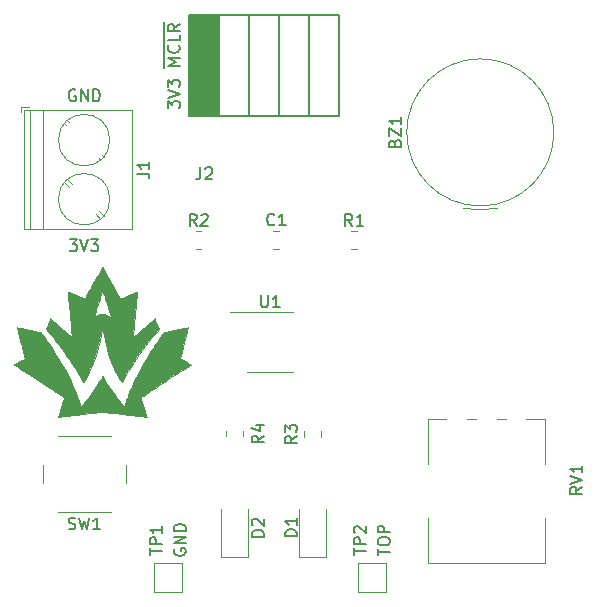
<source format=gbr>
%TF.GenerationSoftware,KiCad,Pcbnew,(6.0.10)*%
%TF.CreationDate,2023-02-14T20:35:35-05:00*%
%TF.ProjectId,starterProject,73746172-7465-4725-9072-6f6a6563742e,rev?*%
%TF.SameCoordinates,Original*%
%TF.FileFunction,Legend,Top*%
%TF.FilePolarity,Positive*%
%FSLAX46Y46*%
G04 Gerber Fmt 4.6, Leading zero omitted, Abs format (unit mm)*
G04 Created by KiCad (PCBNEW (6.0.10)) date 2023-02-14 20:35:35*
%MOMM*%
%LPD*%
G01*
G04 APERTURE LIST*
%ADD10C,0.150000*%
%ADD11C,0.120000*%
%ADD12C,0.010000*%
G04 APERTURE END LIST*
D10*
X106965904Y-71080380D02*
X107584952Y-71080380D01*
X107251619Y-71461333D01*
X107394476Y-71461333D01*
X107489714Y-71508952D01*
X107537333Y-71556571D01*
X107584952Y-71651809D01*
X107584952Y-71889904D01*
X107537333Y-71985142D01*
X107489714Y-72032761D01*
X107394476Y-72080380D01*
X107108761Y-72080380D01*
X107013523Y-72032761D01*
X106965904Y-71985142D01*
X107870666Y-71080380D02*
X108204000Y-72080380D01*
X108537333Y-71080380D01*
X108775428Y-71080380D02*
X109394476Y-71080380D01*
X109061142Y-71461333D01*
X109204000Y-71461333D01*
X109299238Y-71508952D01*
X109346857Y-71556571D01*
X109394476Y-71651809D01*
X109394476Y-71889904D01*
X109346857Y-71985142D01*
X109299238Y-72032761D01*
X109204000Y-72080380D01*
X108918285Y-72080380D01*
X108823047Y-72032761D01*
X108775428Y-71985142D01*
X133056380Y-97829523D02*
X133056380Y-97258095D01*
X134056380Y-97543809D02*
X133056380Y-97543809D01*
X133056380Y-96734285D02*
X133056380Y-96543809D01*
X133104000Y-96448571D01*
X133199238Y-96353333D01*
X133389714Y-96305714D01*
X133723047Y-96305714D01*
X133913523Y-96353333D01*
X134008761Y-96448571D01*
X134056380Y-96543809D01*
X134056380Y-96734285D01*
X134008761Y-96829523D01*
X133913523Y-96924761D01*
X133723047Y-96972380D01*
X133389714Y-96972380D01*
X133199238Y-96924761D01*
X133104000Y-96829523D01*
X133056380Y-96734285D01*
X134056380Y-95877142D02*
X133056380Y-95877142D01*
X133056380Y-95496190D01*
X133104000Y-95400952D01*
X133151619Y-95353333D01*
X133246857Y-95305714D01*
X133389714Y-95305714D01*
X133484952Y-95353333D01*
X133532571Y-95400952D01*
X133580190Y-95496190D01*
X133580190Y-95877142D01*
X115276380Y-59983238D02*
X115276380Y-59364190D01*
X115657333Y-59697523D01*
X115657333Y-59554666D01*
X115704952Y-59459428D01*
X115752571Y-59411809D01*
X115847809Y-59364190D01*
X116085904Y-59364190D01*
X116181142Y-59411809D01*
X116228761Y-59459428D01*
X116276380Y-59554666D01*
X116276380Y-59840380D01*
X116228761Y-59935619D01*
X116181142Y-59983238D01*
X115276380Y-59078476D02*
X116276380Y-58745142D01*
X115276380Y-58411809D01*
X115276380Y-58173714D02*
X115276380Y-57554666D01*
X115657333Y-57888000D01*
X115657333Y-57745142D01*
X115704952Y-57649904D01*
X115752571Y-57602285D01*
X115847809Y-57554666D01*
X116085904Y-57554666D01*
X116181142Y-57602285D01*
X116228761Y-57649904D01*
X116276380Y-57745142D01*
X116276380Y-58030857D01*
X116228761Y-58126095D01*
X116181142Y-58173714D01*
X114994000Y-56602285D02*
X114994000Y-55459428D01*
X116276380Y-56364190D02*
X115276380Y-56364190D01*
X115990666Y-56030857D01*
X115276380Y-55697523D01*
X116276380Y-55697523D01*
X114994000Y-55459428D02*
X114994000Y-54459428D01*
X116181142Y-54649904D02*
X116228761Y-54697523D01*
X116276380Y-54840380D01*
X116276380Y-54935619D01*
X116228761Y-55078476D01*
X116133523Y-55173714D01*
X116038285Y-55221333D01*
X115847809Y-55268952D01*
X115704952Y-55268952D01*
X115514476Y-55221333D01*
X115419238Y-55173714D01*
X115324000Y-55078476D01*
X115276380Y-54935619D01*
X115276380Y-54840380D01*
X115324000Y-54697523D01*
X115371619Y-54649904D01*
X114994000Y-54459428D02*
X114994000Y-53649904D01*
X116276380Y-53745142D02*
X116276380Y-54221333D01*
X115276380Y-54221333D01*
X114994000Y-53649904D02*
X114994000Y-52649904D01*
X116276380Y-52840380D02*
X115800190Y-53173714D01*
X116276380Y-53411809D02*
X115276380Y-53411809D01*
X115276380Y-53030857D01*
X115324000Y-52935619D01*
X115371619Y-52888000D01*
X115466857Y-52840380D01*
X115609714Y-52840380D01*
X115704952Y-52888000D01*
X115752571Y-52935619D01*
X115800190Y-53030857D01*
X115800190Y-53411809D01*
X115832000Y-97281904D02*
X115784380Y-97377142D01*
X115784380Y-97520000D01*
X115832000Y-97662857D01*
X115927238Y-97758095D01*
X116022476Y-97805714D01*
X116212952Y-97853333D01*
X116355809Y-97853333D01*
X116546285Y-97805714D01*
X116641523Y-97758095D01*
X116736761Y-97662857D01*
X116784380Y-97520000D01*
X116784380Y-97424761D01*
X116736761Y-97281904D01*
X116689142Y-97234285D01*
X116355809Y-97234285D01*
X116355809Y-97424761D01*
X116784380Y-96805714D02*
X115784380Y-96805714D01*
X116784380Y-96234285D01*
X115784380Y-96234285D01*
X116784380Y-95758095D02*
X115784380Y-95758095D01*
X115784380Y-95520000D01*
X115832000Y-95377142D01*
X115927238Y-95281904D01*
X116022476Y-95234285D01*
X116212952Y-95186666D01*
X116355809Y-95186666D01*
X116546285Y-95234285D01*
X116641523Y-95281904D01*
X116736761Y-95377142D01*
X116784380Y-95520000D01*
X116784380Y-95758095D01*
X107442095Y-58428000D02*
X107346857Y-58380380D01*
X107204000Y-58380380D01*
X107061142Y-58428000D01*
X106965904Y-58523238D01*
X106918285Y-58618476D01*
X106870666Y-58808952D01*
X106870666Y-58951809D01*
X106918285Y-59142285D01*
X106965904Y-59237523D01*
X107061142Y-59332761D01*
X107204000Y-59380380D01*
X107299238Y-59380380D01*
X107442095Y-59332761D01*
X107489714Y-59285142D01*
X107489714Y-58951809D01*
X107299238Y-58951809D01*
X107918285Y-59380380D02*
X107918285Y-58380380D01*
X108489714Y-59380380D01*
X108489714Y-58380380D01*
X108965904Y-59380380D02*
X108965904Y-58380380D01*
X109204000Y-58380380D01*
X109346857Y-58428000D01*
X109442095Y-58523238D01*
X109489714Y-58618476D01*
X109537333Y-58808952D01*
X109537333Y-58951809D01*
X109489714Y-59142285D01*
X109442095Y-59237523D01*
X109346857Y-59332761D01*
X109204000Y-59380380D01*
X108965904Y-59380380D01*
%TO.C,TP2*%
X131024380Y-97781904D02*
X131024380Y-97210476D01*
X132024380Y-97496190D02*
X131024380Y-97496190D01*
X132024380Y-96877142D02*
X131024380Y-96877142D01*
X131024380Y-96496190D01*
X131072000Y-96400952D01*
X131119619Y-96353333D01*
X131214857Y-96305714D01*
X131357714Y-96305714D01*
X131452952Y-96353333D01*
X131500571Y-96400952D01*
X131548190Y-96496190D01*
X131548190Y-96877142D01*
X131119619Y-95924761D02*
X131072000Y-95877142D01*
X131024380Y-95781904D01*
X131024380Y-95543809D01*
X131072000Y-95448571D01*
X131119619Y-95400952D01*
X131214857Y-95353333D01*
X131310095Y-95353333D01*
X131452952Y-95400952D01*
X132024380Y-95972380D01*
X132024380Y-95353333D01*
%TO.C,R2*%
X117705333Y-69922380D02*
X117372000Y-69446190D01*
X117133904Y-69922380D02*
X117133904Y-68922380D01*
X117514857Y-68922380D01*
X117610095Y-68970000D01*
X117657714Y-69017619D01*
X117705333Y-69112857D01*
X117705333Y-69255714D01*
X117657714Y-69350952D01*
X117610095Y-69398571D01*
X117514857Y-69446190D01*
X117133904Y-69446190D01*
X118086285Y-69017619D02*
X118133904Y-68970000D01*
X118229142Y-68922380D01*
X118467238Y-68922380D01*
X118562476Y-68970000D01*
X118610095Y-69017619D01*
X118657714Y-69112857D01*
X118657714Y-69208095D01*
X118610095Y-69350952D01*
X118038666Y-69922380D01*
X118657714Y-69922380D01*
%TO.C,RV1*%
X150342380Y-92035238D02*
X149866190Y-92368571D01*
X150342380Y-92606666D02*
X149342380Y-92606666D01*
X149342380Y-92225714D01*
X149390000Y-92130476D01*
X149437619Y-92082857D01*
X149532857Y-92035238D01*
X149675714Y-92035238D01*
X149770952Y-92082857D01*
X149818571Y-92130476D01*
X149866190Y-92225714D01*
X149866190Y-92606666D01*
X149342380Y-91749523D02*
X150342380Y-91416190D01*
X149342380Y-91082857D01*
X150342380Y-90225714D02*
X150342380Y-90797142D01*
X150342380Y-90511428D02*
X149342380Y-90511428D01*
X149485238Y-90606666D01*
X149580476Y-90701904D01*
X149628095Y-90797142D01*
%TO.C,R3*%
X126209380Y-87722166D02*
X125733190Y-88055500D01*
X126209380Y-88293595D02*
X125209380Y-88293595D01*
X125209380Y-87912642D01*
X125257000Y-87817404D01*
X125304619Y-87769785D01*
X125399857Y-87722166D01*
X125542714Y-87722166D01*
X125637952Y-87769785D01*
X125685571Y-87817404D01*
X125733190Y-87912642D01*
X125733190Y-88293595D01*
X125209380Y-87388833D02*
X125209380Y-86769785D01*
X125590333Y-87103119D01*
X125590333Y-86960261D01*
X125637952Y-86865023D01*
X125685571Y-86817404D01*
X125780809Y-86769785D01*
X126018904Y-86769785D01*
X126114142Y-86817404D01*
X126161761Y-86865023D01*
X126209380Y-86960261D01*
X126209380Y-87245976D01*
X126161761Y-87341214D01*
X126114142Y-87388833D01*
%TO.C,R1*%
X130881333Y-69922380D02*
X130548000Y-69446190D01*
X130309904Y-69922380D02*
X130309904Y-68922380D01*
X130690857Y-68922380D01*
X130786095Y-68970000D01*
X130833714Y-69017619D01*
X130881333Y-69112857D01*
X130881333Y-69255714D01*
X130833714Y-69350952D01*
X130786095Y-69398571D01*
X130690857Y-69446190D01*
X130309904Y-69446190D01*
X131833714Y-69922380D02*
X131262285Y-69922380D01*
X131548000Y-69922380D02*
X131548000Y-68922380D01*
X131452761Y-69065238D01*
X131357523Y-69160476D01*
X131262285Y-69208095D01*
%TO.C,D2*%
X123388380Y-96242095D02*
X122388380Y-96242095D01*
X122388380Y-96004000D01*
X122436000Y-95861142D01*
X122531238Y-95765904D01*
X122626476Y-95718285D01*
X122816952Y-95670666D01*
X122959809Y-95670666D01*
X123150285Y-95718285D01*
X123245523Y-95765904D01*
X123340761Y-95861142D01*
X123388380Y-96004000D01*
X123388380Y-96242095D01*
X122483619Y-95289714D02*
X122436000Y-95242095D01*
X122388380Y-95146857D01*
X122388380Y-94908761D01*
X122436000Y-94813523D01*
X122483619Y-94765904D01*
X122578857Y-94718285D01*
X122674095Y-94718285D01*
X122816952Y-94765904D01*
X123388380Y-95337333D01*
X123388380Y-94718285D01*
%TO.C,J2*%
X118030666Y-64984380D02*
X118030666Y-65698666D01*
X117983047Y-65841523D01*
X117887809Y-65936761D01*
X117744952Y-65984380D01*
X117649714Y-65984380D01*
X118459238Y-65079619D02*
X118506857Y-65032000D01*
X118602095Y-64984380D01*
X118840190Y-64984380D01*
X118935428Y-65032000D01*
X118983047Y-65079619D01*
X119030666Y-65174857D01*
X119030666Y-65270095D01*
X118983047Y-65412952D01*
X118411619Y-65984380D01*
X119030666Y-65984380D01*
%TO.C,SW1*%
X106870666Y-95586761D02*
X107013523Y-95634380D01*
X107251619Y-95634380D01*
X107346857Y-95586761D01*
X107394476Y-95539142D01*
X107442095Y-95443904D01*
X107442095Y-95348666D01*
X107394476Y-95253428D01*
X107346857Y-95205809D01*
X107251619Y-95158190D01*
X107061142Y-95110571D01*
X106965904Y-95062952D01*
X106918285Y-95015333D01*
X106870666Y-94920095D01*
X106870666Y-94824857D01*
X106918285Y-94729619D01*
X106965904Y-94682000D01*
X107061142Y-94634380D01*
X107299238Y-94634380D01*
X107442095Y-94682000D01*
X107775428Y-94634380D02*
X108013523Y-95634380D01*
X108204000Y-94920095D01*
X108394476Y-95634380D01*
X108632571Y-94634380D01*
X109537333Y-95634380D02*
X108965904Y-95634380D01*
X109251619Y-95634380D02*
X109251619Y-94634380D01*
X109156380Y-94777238D01*
X109061142Y-94872476D01*
X108965904Y-94920095D01*
%TO.C,R4*%
X123388380Y-87685666D02*
X122912190Y-88019000D01*
X123388380Y-88257095D02*
X122388380Y-88257095D01*
X122388380Y-87876142D01*
X122436000Y-87780904D01*
X122483619Y-87733285D01*
X122578857Y-87685666D01*
X122721714Y-87685666D01*
X122816952Y-87733285D01*
X122864571Y-87780904D01*
X122912190Y-87876142D01*
X122912190Y-88257095D01*
X122721714Y-86828523D02*
X123388380Y-86828523D01*
X122340761Y-87066619D02*
X123055047Y-87304714D01*
X123055047Y-86685666D01*
%TO.C,TP1*%
X113752380Y-97781904D02*
X113752380Y-97210476D01*
X114752380Y-97496190D02*
X113752380Y-97496190D01*
X114752380Y-96877142D02*
X113752380Y-96877142D01*
X113752380Y-96496190D01*
X113800000Y-96400952D01*
X113847619Y-96353333D01*
X113942857Y-96305714D01*
X114085714Y-96305714D01*
X114180952Y-96353333D01*
X114228571Y-96400952D01*
X114276190Y-96496190D01*
X114276190Y-96877142D01*
X114752380Y-95353333D02*
X114752380Y-95924761D01*
X114752380Y-95639047D02*
X113752380Y-95639047D01*
X113895238Y-95734285D01*
X113990476Y-95829523D01*
X114038095Y-95924761D01*
%TO.C,J1*%
X112700380Y-65505310D02*
X113414666Y-65505310D01*
X113557523Y-65552929D01*
X113652761Y-65648167D01*
X113700380Y-65791024D01*
X113700380Y-65886262D01*
X113700380Y-64505310D02*
X113700380Y-65076738D01*
X113700380Y-64791024D02*
X112700380Y-64791024D01*
X112843238Y-64886262D01*
X112938476Y-64981500D01*
X112986095Y-65076738D01*
%TO.C,BZ1*%
X134490571Y-62896952D02*
X134538190Y-62754095D01*
X134585809Y-62706476D01*
X134681047Y-62658857D01*
X134823904Y-62658857D01*
X134919142Y-62706476D01*
X134966761Y-62754095D01*
X135014380Y-62849333D01*
X135014380Y-63230285D01*
X134014380Y-63230285D01*
X134014380Y-62896952D01*
X134062000Y-62801714D01*
X134109619Y-62754095D01*
X134204857Y-62706476D01*
X134300095Y-62706476D01*
X134395333Y-62754095D01*
X134442952Y-62801714D01*
X134490571Y-62896952D01*
X134490571Y-63230285D01*
X134014380Y-62325523D02*
X134014380Y-61658857D01*
X135014380Y-62325523D01*
X135014380Y-61658857D01*
X135014380Y-60754095D02*
X135014380Y-61325523D01*
X135014380Y-61039809D02*
X134014380Y-61039809D01*
X134157238Y-61135047D01*
X134252476Y-61230285D01*
X134300095Y-61325523D01*
%TO.C,D1*%
X126209380Y-96194531D02*
X125209380Y-96194531D01*
X125209380Y-95956436D01*
X125257000Y-95813578D01*
X125352238Y-95718340D01*
X125447476Y-95670721D01*
X125637952Y-95623102D01*
X125780809Y-95623102D01*
X125971285Y-95670721D01*
X126066523Y-95718340D01*
X126161761Y-95813578D01*
X126209380Y-95956436D01*
X126209380Y-96194531D01*
X126209380Y-94670721D02*
X126209380Y-95242150D01*
X126209380Y-94956436D02*
X125209380Y-94956436D01*
X125352238Y-95051674D01*
X125447476Y-95146912D01*
X125495095Y-95242150D01*
%TO.C,U1*%
X123190095Y-75808380D02*
X123190095Y-76617904D01*
X123237714Y-76713142D01*
X123285333Y-76760761D01*
X123380571Y-76808380D01*
X123571047Y-76808380D01*
X123666285Y-76760761D01*
X123713904Y-76713142D01*
X123761523Y-76617904D01*
X123761523Y-75808380D01*
X124761523Y-76808380D02*
X124190095Y-76808380D01*
X124475809Y-76808380D02*
X124475809Y-75808380D01*
X124380571Y-75951238D01*
X124285333Y-76046476D01*
X124190095Y-76094095D01*
%TO.C,C1*%
X124293333Y-69797142D02*
X124245714Y-69844761D01*
X124102857Y-69892380D01*
X124007619Y-69892380D01*
X123864761Y-69844761D01*
X123769523Y-69749523D01*
X123721904Y-69654285D01*
X123674285Y-69463809D01*
X123674285Y-69320952D01*
X123721904Y-69130476D01*
X123769523Y-69035238D01*
X123864761Y-68940000D01*
X124007619Y-68892380D01*
X124102857Y-68892380D01*
X124245714Y-68940000D01*
X124293333Y-68987619D01*
X125245714Y-69892380D02*
X124674285Y-69892380D01*
X124960000Y-69892380D02*
X124960000Y-68892380D01*
X124864761Y-69035238D01*
X124769523Y-69130476D01*
X124674285Y-69178095D01*
D11*
%TO.C,TP2*%
X133788000Y-98515977D02*
X133788000Y-100915977D01*
X131388000Y-98515977D02*
X133788000Y-98515977D01*
X133788000Y-100915977D02*
X131388000Y-100915977D01*
X131388000Y-100915977D02*
X131388000Y-98515977D01*
%TO.C,R2*%
X117644936Y-70385000D02*
X118099064Y-70385000D01*
X117644936Y-71855000D02*
X118099064Y-71855000D01*
%TO.C,RV1*%
X147210000Y-86270000D02*
X147210000Y-90135000D01*
X141369000Y-86270000D02*
X140610000Y-86270000D01*
X143869000Y-86270000D02*
X143110000Y-86270000D01*
X147210000Y-86270000D02*
X145611000Y-86270000D01*
X137270000Y-86270000D02*
X137270000Y-90135000D01*
X147210000Y-98510000D02*
X137270000Y-98510000D01*
X147210000Y-94645000D02*
X147210000Y-98510000D01*
X138870000Y-86270000D02*
X137270000Y-86270000D01*
X137270000Y-94645000D02*
X137270000Y-98510000D01*
%TO.C,R3*%
X126773000Y-87328436D02*
X126773000Y-87782564D01*
X128243000Y-87328436D02*
X128243000Y-87782564D01*
%TO.C,G\u002A\u002A\u002A*%
G36*
X106981812Y-77440973D02*
G01*
X106955204Y-77162103D01*
X106930029Y-76895113D01*
X106906544Y-76642920D01*
X106885007Y-76408444D01*
X106865678Y-76194604D01*
X106848813Y-76004320D01*
X106834672Y-75840509D01*
X106823512Y-75706092D01*
X106815592Y-75603987D01*
X106811170Y-75537113D01*
X106810504Y-75508390D01*
X106810768Y-75507524D01*
X106832250Y-75512546D01*
X106887591Y-75532651D01*
X106972464Y-75566070D01*
X107082538Y-75611033D01*
X107213484Y-75665772D01*
X107360974Y-75728517D01*
X107520677Y-75797501D01*
X107523978Y-75798937D01*
X107683717Y-75868375D01*
X107831036Y-75932254D01*
X107961642Y-75988727D01*
X108071243Y-76035945D01*
X108155547Y-76072057D01*
X108210262Y-76095216D01*
X108231095Y-76103572D01*
X108231137Y-76103576D01*
X108242160Y-76085787D01*
X108271779Y-76034327D01*
X108318392Y-75952057D01*
X108380401Y-75841837D01*
X108456205Y-75706527D01*
X108544204Y-75548987D01*
X108642798Y-75372080D01*
X108750386Y-75178663D01*
X108865370Y-74971599D01*
X108977939Y-74768564D01*
X109098619Y-74551243D01*
X109213736Y-74344914D01*
X109321660Y-74152442D01*
X109420759Y-73976690D01*
X109509400Y-73820524D01*
X109585952Y-73686808D01*
X109648783Y-73578405D01*
X109696261Y-73498181D01*
X109726755Y-73449000D01*
X109738436Y-73433631D01*
X109751736Y-73451442D01*
X109783531Y-73502919D01*
X109832171Y-73585171D01*
X109896005Y-73695305D01*
X109973384Y-73830429D01*
X110062658Y-73987650D01*
X110162177Y-74164075D01*
X110270290Y-74356813D01*
X110385348Y-74562971D01*
X110485134Y-74742554D01*
X110604867Y-74958413D01*
X110718922Y-75163941D01*
X110825648Y-75356168D01*
X110923393Y-75532123D01*
X111010506Y-75688837D01*
X111085335Y-75823340D01*
X111146229Y-75932662D01*
X111191537Y-76013833D01*
X111219608Y-76063885D01*
X111228590Y-76079597D01*
X111241257Y-76083807D01*
X111270807Y-76078857D01*
X111320304Y-76063563D01*
X111392814Y-76036743D01*
X111491402Y-75997213D01*
X111619135Y-75943790D01*
X111779078Y-75875291D01*
X111949739Y-75801237D01*
X112110035Y-75731880D01*
X112258205Y-75668713D01*
X112389935Y-75613504D01*
X112500910Y-75568022D01*
X112586814Y-75534034D01*
X112643331Y-75513306D01*
X112666147Y-75507608D01*
X112666294Y-75507714D01*
X112666236Y-75529926D01*
X112662381Y-75590765D01*
X112654987Y-75687310D01*
X112644314Y-75816644D01*
X112630620Y-75975848D01*
X112614162Y-76162002D01*
X112595200Y-76372189D01*
X112573992Y-76603490D01*
X112550797Y-76852985D01*
X112525873Y-77117756D01*
X112499479Y-77394885D01*
X112495060Y-77440973D01*
X112468411Y-77719730D01*
X112443103Y-77986525D01*
X112419399Y-78238445D01*
X112397566Y-78472582D01*
X112377869Y-78686025D01*
X112360571Y-78875863D01*
X112345937Y-79039187D01*
X112334234Y-79173087D01*
X112325725Y-79274651D01*
X112320675Y-79340970D01*
X112319350Y-79369134D01*
X112319508Y-79369912D01*
X112336240Y-79358040D01*
X112381336Y-79320779D01*
X112452023Y-79260543D01*
X112545530Y-79179745D01*
X112659084Y-79080801D01*
X112789914Y-78966124D01*
X112935247Y-78838127D01*
X113092313Y-78699225D01*
X113231224Y-78575941D01*
X113396319Y-78429442D01*
X113552251Y-78291569D01*
X113696214Y-78164771D01*
X113825399Y-78051495D01*
X113937001Y-77954191D01*
X114028213Y-77875306D01*
X114096228Y-77817291D01*
X114138239Y-77782593D01*
X114151347Y-77773255D01*
X114157720Y-77777928D01*
X114167511Y-77794260D01*
X114182077Y-77825721D01*
X114202777Y-77875780D01*
X114230968Y-77947908D01*
X114268007Y-78045574D01*
X114315253Y-78172248D01*
X114374061Y-78331400D01*
X114441968Y-78516088D01*
X114503971Y-78684968D01*
X114326118Y-78890143D01*
X114096651Y-79161579D01*
X113855969Y-79458765D01*
X113607449Y-79776874D01*
X113354465Y-80111075D01*
X113100395Y-80456541D01*
X112848614Y-80808443D01*
X112602499Y-81161951D01*
X112365424Y-81512238D01*
X112140768Y-81854473D01*
X111931904Y-82183829D01*
X111742210Y-82495477D01*
X111575061Y-82784588D01*
X111474098Y-82969428D01*
X111360754Y-83182928D01*
X111291906Y-83082860D01*
X111160659Y-82877829D01*
X111024660Y-82638876D01*
X110887181Y-82373043D01*
X110751492Y-82087372D01*
X110620862Y-81788906D01*
X110498563Y-81484687D01*
X110387865Y-81181756D01*
X110333257Y-81018695D01*
X110234786Y-80697682D01*
X110136221Y-80345028D01*
X110040049Y-79970757D01*
X109948753Y-79584890D01*
X109864819Y-79197449D01*
X109799519Y-78865834D01*
X109740384Y-78549620D01*
X109632937Y-79084979D01*
X109514198Y-79642487D01*
X109389114Y-80161758D01*
X109256559Y-80645969D01*
X109115409Y-81098299D01*
X108964537Y-81521924D01*
X108802819Y-81920022D01*
X108629129Y-82295770D01*
X108442343Y-82652346D01*
X108259209Y-82964186D01*
X108209346Y-83043411D01*
X108166723Y-83108647D01*
X108136507Y-83152136D01*
X108124777Y-83166032D01*
X108109286Y-83152985D01*
X108080449Y-83110099D01*
X108043172Y-83045076D01*
X108021355Y-83003655D01*
X107900046Y-82777624D01*
X107754215Y-82524424D01*
X107586824Y-82248301D01*
X107400836Y-81953502D01*
X107199215Y-81644272D01*
X106984924Y-81324859D01*
X106760926Y-80999507D01*
X106530184Y-80672463D01*
X106295662Y-80347975D01*
X106060322Y-80030286D01*
X105827129Y-79723645D01*
X105599044Y-79432297D01*
X105379032Y-79160488D01*
X105170055Y-78912464D01*
X105150754Y-78890143D01*
X104972901Y-78684968D01*
X105034903Y-78516088D01*
X105105979Y-78322798D01*
X105164197Y-78165289D01*
X105210913Y-78040091D01*
X105247482Y-77943738D01*
X105275260Y-77872761D01*
X105295604Y-77823694D01*
X105309867Y-77793067D01*
X105319407Y-77777415D01*
X105325302Y-77773255D01*
X105343568Y-77786740D01*
X105390179Y-77825561D01*
X105462328Y-77887273D01*
X105557208Y-77969428D01*
X105672012Y-78069578D01*
X105803934Y-78185277D01*
X105950168Y-78314077D01*
X106107906Y-78453532D01*
X106245658Y-78575709D01*
X106410500Y-78721854D01*
X106565926Y-78859132D01*
X106709166Y-78985129D01*
X106837447Y-79097432D01*
X106947997Y-79193627D01*
X107038044Y-79271303D01*
X107104817Y-79328044D01*
X107145543Y-79361438D01*
X107157596Y-79369680D01*
X107156878Y-79348138D01*
X107152394Y-79287958D01*
X107144408Y-79192052D01*
X107133186Y-79063328D01*
X107118994Y-78904696D01*
X107102096Y-78719067D01*
X107082757Y-78509349D01*
X107061243Y-78278452D01*
X107037819Y-78029287D01*
X107012750Y-77764763D01*
X107009510Y-77730830D01*
X108980064Y-77730830D01*
X108987690Y-77733056D01*
X109018359Y-77710470D01*
X109065685Y-77667862D01*
X109071809Y-77661989D01*
X109145642Y-77600529D01*
X109237389Y-77537530D01*
X109321016Y-77489905D01*
X109507297Y-77419170D01*
X109696392Y-77388969D01*
X109884177Y-77398674D01*
X110066522Y-77447659D01*
X110239302Y-77535295D01*
X110389176Y-77652234D01*
X110442589Y-77699820D01*
X110480505Y-77728926D01*
X110496665Y-77734923D01*
X110496332Y-77731513D01*
X110488281Y-77706411D01*
X110468937Y-77645030D01*
X110439416Y-77550946D01*
X110400837Y-77427732D01*
X110354317Y-77278964D01*
X110300976Y-77108217D01*
X110241929Y-76919066D01*
X110178296Y-76715086D01*
X110114532Y-76510560D01*
X110047854Y-76296746D01*
X109984902Y-76095115D01*
X109926765Y-75909137D01*
X109874530Y-75742282D01*
X109829286Y-75598022D01*
X109792123Y-75479827D01*
X109764127Y-75391169D01*
X109746389Y-75335517D01*
X109740009Y-75316351D01*
X109733308Y-75334873D01*
X109715299Y-75389826D01*
X109687066Y-75477779D01*
X109649694Y-75595305D01*
X109604267Y-75738972D01*
X109551870Y-75905353D01*
X109493587Y-76091016D01*
X109430502Y-76292534D01*
X109363849Y-76505998D01*
X109296722Y-76721156D01*
X109233107Y-76924870D01*
X109174123Y-77113575D01*
X109120886Y-77283707D01*
X109074514Y-77431699D01*
X109036122Y-77553988D01*
X109006829Y-77647009D01*
X108987751Y-77707196D01*
X108980064Y-77730830D01*
X107009510Y-77730830D01*
X106986302Y-77487790D01*
X106981812Y-77440973D01*
G37*
D12*
X106981812Y-77440973D02*
X106955204Y-77162103D01*
X106930029Y-76895113D01*
X106906544Y-76642920D01*
X106885007Y-76408444D01*
X106865678Y-76194604D01*
X106848813Y-76004320D01*
X106834672Y-75840509D01*
X106823512Y-75706092D01*
X106815592Y-75603987D01*
X106811170Y-75537113D01*
X106810504Y-75508390D01*
X106810768Y-75507524D01*
X106832250Y-75512546D01*
X106887591Y-75532651D01*
X106972464Y-75566070D01*
X107082538Y-75611033D01*
X107213484Y-75665772D01*
X107360974Y-75728517D01*
X107520677Y-75797501D01*
X107523978Y-75798937D01*
X107683717Y-75868375D01*
X107831036Y-75932254D01*
X107961642Y-75988727D01*
X108071243Y-76035945D01*
X108155547Y-76072057D01*
X108210262Y-76095216D01*
X108231095Y-76103572D01*
X108231137Y-76103576D01*
X108242160Y-76085787D01*
X108271779Y-76034327D01*
X108318392Y-75952057D01*
X108380401Y-75841837D01*
X108456205Y-75706527D01*
X108544204Y-75548987D01*
X108642798Y-75372080D01*
X108750386Y-75178663D01*
X108865370Y-74971599D01*
X108977939Y-74768564D01*
X109098619Y-74551243D01*
X109213736Y-74344914D01*
X109321660Y-74152442D01*
X109420759Y-73976690D01*
X109509400Y-73820524D01*
X109585952Y-73686808D01*
X109648783Y-73578405D01*
X109696261Y-73498181D01*
X109726755Y-73449000D01*
X109738436Y-73433631D01*
X109751736Y-73451442D01*
X109783531Y-73502919D01*
X109832171Y-73585171D01*
X109896005Y-73695305D01*
X109973384Y-73830429D01*
X110062658Y-73987650D01*
X110162177Y-74164075D01*
X110270290Y-74356813D01*
X110385348Y-74562971D01*
X110485134Y-74742554D01*
X110604867Y-74958413D01*
X110718922Y-75163941D01*
X110825648Y-75356168D01*
X110923393Y-75532123D01*
X111010506Y-75688837D01*
X111085335Y-75823340D01*
X111146229Y-75932662D01*
X111191537Y-76013833D01*
X111219608Y-76063885D01*
X111228590Y-76079597D01*
X111241257Y-76083807D01*
X111270807Y-76078857D01*
X111320304Y-76063563D01*
X111392814Y-76036743D01*
X111491402Y-75997213D01*
X111619135Y-75943790D01*
X111779078Y-75875291D01*
X111949739Y-75801237D01*
X112110035Y-75731880D01*
X112258205Y-75668713D01*
X112389935Y-75613504D01*
X112500910Y-75568022D01*
X112586814Y-75534034D01*
X112643331Y-75513306D01*
X112666147Y-75507608D01*
X112666294Y-75507714D01*
X112666236Y-75529926D01*
X112662381Y-75590765D01*
X112654987Y-75687310D01*
X112644314Y-75816644D01*
X112630620Y-75975848D01*
X112614162Y-76162002D01*
X112595200Y-76372189D01*
X112573992Y-76603490D01*
X112550797Y-76852985D01*
X112525873Y-77117756D01*
X112499479Y-77394885D01*
X112495060Y-77440973D01*
X112468411Y-77719730D01*
X112443103Y-77986525D01*
X112419399Y-78238445D01*
X112397566Y-78472582D01*
X112377869Y-78686025D01*
X112360571Y-78875863D01*
X112345937Y-79039187D01*
X112334234Y-79173087D01*
X112325725Y-79274651D01*
X112320675Y-79340970D01*
X112319350Y-79369134D01*
X112319508Y-79369912D01*
X112336240Y-79358040D01*
X112381336Y-79320779D01*
X112452023Y-79260543D01*
X112545530Y-79179745D01*
X112659084Y-79080801D01*
X112789914Y-78966124D01*
X112935247Y-78838127D01*
X113092313Y-78699225D01*
X113231224Y-78575941D01*
X113396319Y-78429442D01*
X113552251Y-78291569D01*
X113696214Y-78164771D01*
X113825399Y-78051495D01*
X113937001Y-77954191D01*
X114028213Y-77875306D01*
X114096228Y-77817291D01*
X114138239Y-77782593D01*
X114151347Y-77773255D01*
X114157720Y-77777928D01*
X114167511Y-77794260D01*
X114182077Y-77825721D01*
X114202777Y-77875780D01*
X114230968Y-77947908D01*
X114268007Y-78045574D01*
X114315253Y-78172248D01*
X114374061Y-78331400D01*
X114441968Y-78516088D01*
X114503971Y-78684968D01*
X114326118Y-78890143D01*
X114096651Y-79161579D01*
X113855969Y-79458765D01*
X113607449Y-79776874D01*
X113354465Y-80111075D01*
X113100395Y-80456541D01*
X112848614Y-80808443D01*
X112602499Y-81161951D01*
X112365424Y-81512238D01*
X112140768Y-81854473D01*
X111931904Y-82183829D01*
X111742210Y-82495477D01*
X111575061Y-82784588D01*
X111474098Y-82969428D01*
X111360754Y-83182928D01*
X111291906Y-83082860D01*
X111160659Y-82877829D01*
X111024660Y-82638876D01*
X110887181Y-82373043D01*
X110751492Y-82087372D01*
X110620862Y-81788906D01*
X110498563Y-81484687D01*
X110387865Y-81181756D01*
X110333257Y-81018695D01*
X110234786Y-80697682D01*
X110136221Y-80345028D01*
X110040049Y-79970757D01*
X109948753Y-79584890D01*
X109864819Y-79197449D01*
X109799519Y-78865834D01*
X109740384Y-78549620D01*
X109632937Y-79084979D01*
X109514198Y-79642487D01*
X109389114Y-80161758D01*
X109256559Y-80645969D01*
X109115409Y-81098299D01*
X108964537Y-81521924D01*
X108802819Y-81920022D01*
X108629129Y-82295770D01*
X108442343Y-82652346D01*
X108259209Y-82964186D01*
X108209346Y-83043411D01*
X108166723Y-83108647D01*
X108136507Y-83152136D01*
X108124777Y-83166032D01*
X108109286Y-83152985D01*
X108080449Y-83110099D01*
X108043172Y-83045076D01*
X108021355Y-83003655D01*
X107900046Y-82777624D01*
X107754215Y-82524424D01*
X107586824Y-82248301D01*
X107400836Y-81953502D01*
X107199215Y-81644272D01*
X106984924Y-81324859D01*
X106760926Y-80999507D01*
X106530184Y-80672463D01*
X106295662Y-80347975D01*
X106060322Y-80030286D01*
X105827129Y-79723645D01*
X105599044Y-79432297D01*
X105379032Y-79160488D01*
X105170055Y-78912464D01*
X105150754Y-78890143D01*
X104972901Y-78684968D01*
X105034903Y-78516088D01*
X105105979Y-78322798D01*
X105164197Y-78165289D01*
X105210913Y-78040091D01*
X105247482Y-77943738D01*
X105275260Y-77872761D01*
X105295604Y-77823694D01*
X105309867Y-77793067D01*
X105319407Y-77777415D01*
X105325302Y-77773255D01*
X105343568Y-77786740D01*
X105390179Y-77825561D01*
X105462328Y-77887273D01*
X105557208Y-77969428D01*
X105672012Y-78069578D01*
X105803934Y-78185277D01*
X105950168Y-78314077D01*
X106107906Y-78453532D01*
X106245658Y-78575709D01*
X106410500Y-78721854D01*
X106565926Y-78859132D01*
X106709166Y-78985129D01*
X106837447Y-79097432D01*
X106947997Y-79193627D01*
X107038044Y-79271303D01*
X107104817Y-79328044D01*
X107145543Y-79361438D01*
X107157596Y-79369680D01*
X107156878Y-79348138D01*
X107152394Y-79287958D01*
X107144408Y-79192052D01*
X107133186Y-79063328D01*
X107118994Y-78904696D01*
X107102096Y-78719067D01*
X107082757Y-78509349D01*
X107061243Y-78278452D01*
X107037819Y-78029287D01*
X107012750Y-77764763D01*
X107009510Y-77730830D01*
X108980064Y-77730830D01*
X108987690Y-77733056D01*
X109018359Y-77710470D01*
X109065685Y-77667862D01*
X109071809Y-77661989D01*
X109145642Y-77600529D01*
X109237389Y-77537530D01*
X109321016Y-77489905D01*
X109507297Y-77419170D01*
X109696392Y-77388969D01*
X109884177Y-77398674D01*
X110066522Y-77447659D01*
X110239302Y-77535295D01*
X110389176Y-77652234D01*
X110442589Y-77699820D01*
X110480505Y-77728926D01*
X110496665Y-77734923D01*
X110496332Y-77731513D01*
X110488281Y-77706411D01*
X110468937Y-77645030D01*
X110439416Y-77550946D01*
X110400837Y-77427732D01*
X110354317Y-77278964D01*
X110300976Y-77108217D01*
X110241929Y-76919066D01*
X110178296Y-76715086D01*
X110114532Y-76510560D01*
X110047854Y-76296746D01*
X109984902Y-76095115D01*
X109926765Y-75909137D01*
X109874530Y-75742282D01*
X109829286Y-75598022D01*
X109792123Y-75479827D01*
X109764127Y-75391169D01*
X109746389Y-75335517D01*
X109740009Y-75316351D01*
X109733308Y-75334873D01*
X109715299Y-75389826D01*
X109687066Y-75477779D01*
X109649694Y-75595305D01*
X109604267Y-75738972D01*
X109551870Y-75905353D01*
X109493587Y-76091016D01*
X109430502Y-76292534D01*
X109363849Y-76505998D01*
X109296722Y-76721156D01*
X109233107Y-76924870D01*
X109174123Y-77113575D01*
X109120886Y-77283707D01*
X109074514Y-77431699D01*
X109036122Y-77553988D01*
X109006829Y-77647009D01*
X108987751Y-77707196D01*
X108980064Y-77730830D01*
X107009510Y-77730830D01*
X106986302Y-77487790D01*
X106981812Y-77440973D01*
G36*
X102532062Y-78538241D02*
G01*
X102590055Y-78548529D01*
X102680987Y-78565415D01*
X102800855Y-78588135D01*
X102945656Y-78615924D01*
X103111388Y-78648019D01*
X103294049Y-78683656D01*
X103489635Y-78722072D01*
X103492991Y-78722733D01*
X103734674Y-78770689D01*
X103938012Y-78811803D01*
X104105728Y-78846693D01*
X104240547Y-78875979D01*
X104345192Y-78900281D01*
X104422389Y-78920218D01*
X104474860Y-78936409D01*
X104505329Y-78949474D01*
X104512735Y-78954630D01*
X104550139Y-78994887D01*
X104607581Y-79065155D01*
X104681723Y-79160860D01*
X104769230Y-79277429D01*
X104866765Y-79410288D01*
X104970992Y-79554865D01*
X105078574Y-79706585D01*
X105186176Y-79860876D01*
X105290461Y-80013164D01*
X105356018Y-80110603D01*
X105665738Y-80587774D01*
X105969186Y-81080964D01*
X106262912Y-81583785D01*
X106543468Y-82089848D01*
X106807405Y-82592763D01*
X107051273Y-83086142D01*
X107271625Y-83563595D01*
X107462966Y-84013683D01*
X107511206Y-84136689D01*
X107563641Y-84277073D01*
X107617811Y-84427573D01*
X107671254Y-84580924D01*
X107721510Y-84729863D01*
X107766119Y-84867127D01*
X107802619Y-84985453D01*
X107828549Y-85077578D01*
X107839683Y-85125645D01*
X107852454Y-85175560D01*
X107865871Y-85202041D01*
X107868739Y-85203329D01*
X107888767Y-85188213D01*
X107931709Y-85145948D01*
X107993412Y-85081162D01*
X108069719Y-84998481D01*
X108156477Y-84902532D01*
X108249531Y-84797942D01*
X108344726Y-84689337D01*
X108437907Y-84581344D01*
X108524920Y-84478589D01*
X108588460Y-84401844D01*
X108783053Y-84156214D01*
X108962248Y-83913228D01*
X109132415Y-83663365D01*
X109299920Y-83397104D01*
X109471131Y-83104925D01*
X109550483Y-82963533D01*
X109609571Y-82859418D01*
X109662515Y-82770671D01*
X109705867Y-82702707D01*
X109736180Y-82660940D01*
X109749771Y-82650468D01*
X109765568Y-82674637D01*
X109796509Y-82727727D01*
X109838085Y-82801833D01*
X109884491Y-82886649D01*
X110115160Y-83294177D01*
X110349570Y-83669356D01*
X110593893Y-84021505D01*
X110854303Y-84359946D01*
X110886694Y-84399796D01*
X110966003Y-84495332D01*
X111054789Y-84599792D01*
X111148910Y-84708558D01*
X111244221Y-84817016D01*
X111336577Y-84920550D01*
X111421834Y-85014544D01*
X111495849Y-85094381D01*
X111554476Y-85155446D01*
X111593572Y-85193124D01*
X111608133Y-85203329D01*
X111620867Y-85185054D01*
X111634306Y-85139730D01*
X111637189Y-85125645D01*
X111653429Y-85058323D01*
X111682111Y-84959273D01*
X111720774Y-84835758D01*
X111766956Y-84695042D01*
X111818198Y-84544387D01*
X111872039Y-84391058D01*
X111926018Y-84242316D01*
X111977674Y-84105426D01*
X112013906Y-84013683D01*
X112203799Y-83567057D01*
X112420238Y-83097865D01*
X112659750Y-82612540D01*
X112918861Y-82117520D01*
X113194099Y-81619240D01*
X113481988Y-81124137D01*
X113779057Y-80638645D01*
X114081831Y-80169201D01*
X114118782Y-80113652D01*
X114218903Y-79965408D01*
X114324573Y-79812066D01*
X114432465Y-79658193D01*
X114539247Y-79508356D01*
X114641590Y-79367122D01*
X114736164Y-79239058D01*
X114819639Y-79128731D01*
X114888687Y-79040707D01*
X114939976Y-78979554D01*
X114963225Y-78955455D01*
X114985277Y-78943553D01*
X115029920Y-78928423D01*
X115099698Y-78909487D01*
X115197156Y-78886167D01*
X115324839Y-78857886D01*
X115485293Y-78824066D01*
X115681062Y-78784129D01*
X115914690Y-78737498D01*
X115982970Y-78724005D01*
X116178830Y-78685483D01*
X116361834Y-78649711D01*
X116527980Y-78617456D01*
X116673267Y-78589484D01*
X116793697Y-78566560D01*
X116885267Y-78549452D01*
X116943978Y-78538925D01*
X116965828Y-78535745D01*
X116965862Y-78535762D01*
X116961630Y-78555856D01*
X116948094Y-78612249D01*
X116926302Y-78700801D01*
X116897307Y-78817372D01*
X116862157Y-78957825D01*
X116821902Y-79118019D01*
X116777594Y-79293816D01*
X116730281Y-79481077D01*
X116681015Y-79675661D01*
X116630844Y-79873432D01*
X116580820Y-80070248D01*
X116531992Y-80261972D01*
X116485411Y-80444463D01*
X116442126Y-80613584D01*
X116403187Y-80765194D01*
X116369645Y-80895155D01*
X116342550Y-80999327D01*
X116322952Y-81073573D01*
X116311900Y-81113751D01*
X116311423Y-81115348D01*
X116316491Y-81131246D01*
X116341391Y-81155408D01*
X116389351Y-81189955D01*
X116463600Y-81237004D01*
X116567365Y-81298675D01*
X116703877Y-81377087D01*
X116750472Y-81403498D01*
X116874127Y-81474048D01*
X116984764Y-81538365D01*
X117077469Y-81593493D01*
X117147325Y-81636476D01*
X117189418Y-81664358D01*
X117199816Y-81673672D01*
X117182682Y-81686903D01*
X117132699Y-81721502D01*
X117052002Y-81776058D01*
X116942723Y-81849165D01*
X116806996Y-81939412D01*
X116646954Y-82045392D01*
X116464729Y-82165695D01*
X116262455Y-82298913D01*
X116042266Y-82443636D01*
X115806293Y-82598458D01*
X115556671Y-82761968D01*
X115295531Y-82932757D01*
X115092088Y-83065637D01*
X114823631Y-83241051D01*
X114565076Y-83410321D01*
X114318558Y-83572033D01*
X114086213Y-83724774D01*
X113870173Y-83867129D01*
X113672573Y-83997684D01*
X113495548Y-84115024D01*
X113341233Y-84217737D01*
X113211760Y-84304406D01*
X113109266Y-84373620D01*
X113035884Y-84423962D01*
X112993748Y-84454020D01*
X112983936Y-84462409D01*
X112989957Y-84486258D01*
X113007317Y-84545530D01*
X113034676Y-84635879D01*
X113070694Y-84752957D01*
X113114032Y-84892418D01*
X113163349Y-85049916D01*
X113217306Y-85221102D01*
X113236734Y-85282486D01*
X113291584Y-85456962D01*
X113341682Y-85618965D01*
X113385763Y-85764205D01*
X113422562Y-85888392D01*
X113450816Y-85987237D01*
X113469260Y-86056451D01*
X113476629Y-86091744D01*
X113476342Y-86095306D01*
X113454076Y-86094873D01*
X113393330Y-86089714D01*
X113297058Y-86080159D01*
X113168213Y-86066540D01*
X113009751Y-86049188D01*
X112824625Y-86028434D01*
X112615790Y-86004610D01*
X112386199Y-85978046D01*
X112138807Y-85949074D01*
X111876568Y-85918025D01*
X111602436Y-85885230D01*
X111600582Y-85885007D01*
X109738436Y-85661093D01*
X107914451Y-85880938D01*
X107642133Y-85913694D01*
X107381019Y-85944974D01*
X107134173Y-85974418D01*
X106904657Y-86001667D01*
X106695536Y-86026361D01*
X106509873Y-86048141D01*
X106350731Y-86066647D01*
X106221175Y-86081519D01*
X106124269Y-86092398D01*
X106063075Y-86098925D01*
X106041279Y-86100782D01*
X106003492Y-86094518D01*
X105992092Y-86083459D01*
X105998205Y-86060386D01*
X106015642Y-86001889D01*
X106043053Y-85912320D01*
X106079091Y-85796026D01*
X106122404Y-85657357D01*
X106171644Y-85500661D01*
X106225461Y-85330288D01*
X106242544Y-85276378D01*
X106297518Y-85102465D01*
X106348312Y-84940690D01*
X106393575Y-84795437D01*
X106431957Y-84671093D01*
X106462104Y-84572043D01*
X106482667Y-84502673D01*
X106492292Y-84467369D01*
X106492846Y-84464078D01*
X106475687Y-84450017D01*
X106425673Y-84414608D01*
X106344939Y-84359270D01*
X106235616Y-84285416D01*
X106099841Y-84194464D01*
X105939747Y-84087830D01*
X105757467Y-83966930D01*
X105555137Y-83833179D01*
X105334889Y-83687995D01*
X105098859Y-83532793D01*
X104849179Y-83368988D01*
X104587985Y-83197998D01*
X104384875Y-83065277D01*
X104116461Y-82889894D01*
X103857952Y-82720733D01*
X103611481Y-82559203D01*
X103379182Y-82406714D01*
X103163187Y-82264673D01*
X102965629Y-82134489D01*
X102788640Y-82017570D01*
X102634354Y-81915324D01*
X102504902Y-81829161D01*
X102402419Y-81760488D01*
X102329037Y-81710715D01*
X102286888Y-81681249D01*
X102277056Y-81673312D01*
X102294464Y-81659146D01*
X102343412Y-81627598D01*
X102418986Y-81581620D01*
X102516270Y-81524163D01*
X102630349Y-81458179D01*
X102726400Y-81403498D01*
X102873102Y-81319788D01*
X102986113Y-81253439D01*
X103068663Y-81202331D01*
X103123980Y-81164346D01*
X103155292Y-81137365D01*
X103165828Y-81119269D01*
X103165449Y-81115348D01*
X103155049Y-81077807D01*
X103136027Y-81005893D01*
X103109433Y-80903745D01*
X103076318Y-80775503D01*
X103037731Y-80625306D01*
X102994722Y-80457295D01*
X102948341Y-80275607D01*
X102899639Y-80084384D01*
X102849664Y-79887765D01*
X102799469Y-79689888D01*
X102750101Y-79494894D01*
X102702612Y-79306923D01*
X102658051Y-79130113D01*
X102617468Y-78968604D01*
X102581914Y-78826536D01*
X102552438Y-78708049D01*
X102530090Y-78617281D01*
X102515921Y-78558373D01*
X102510981Y-78535464D01*
X102511009Y-78535314D01*
X102532062Y-78538241D01*
G37*
X102532062Y-78538241D02*
X102590055Y-78548529D01*
X102680987Y-78565415D01*
X102800855Y-78588135D01*
X102945656Y-78615924D01*
X103111388Y-78648019D01*
X103294049Y-78683656D01*
X103489635Y-78722072D01*
X103492991Y-78722733D01*
X103734674Y-78770689D01*
X103938012Y-78811803D01*
X104105728Y-78846693D01*
X104240547Y-78875979D01*
X104345192Y-78900281D01*
X104422389Y-78920218D01*
X104474860Y-78936409D01*
X104505329Y-78949474D01*
X104512735Y-78954630D01*
X104550139Y-78994887D01*
X104607581Y-79065155D01*
X104681723Y-79160860D01*
X104769230Y-79277429D01*
X104866765Y-79410288D01*
X104970992Y-79554865D01*
X105078574Y-79706585D01*
X105186176Y-79860876D01*
X105290461Y-80013164D01*
X105356018Y-80110603D01*
X105665738Y-80587774D01*
X105969186Y-81080964D01*
X106262912Y-81583785D01*
X106543468Y-82089848D01*
X106807405Y-82592763D01*
X107051273Y-83086142D01*
X107271625Y-83563595D01*
X107462966Y-84013683D01*
X107511206Y-84136689D01*
X107563641Y-84277073D01*
X107617811Y-84427573D01*
X107671254Y-84580924D01*
X107721510Y-84729863D01*
X107766119Y-84867127D01*
X107802619Y-84985453D01*
X107828549Y-85077578D01*
X107839683Y-85125645D01*
X107852454Y-85175560D01*
X107865871Y-85202041D01*
X107868739Y-85203329D01*
X107888767Y-85188213D01*
X107931709Y-85145948D01*
X107993412Y-85081162D01*
X108069719Y-84998481D01*
X108156477Y-84902532D01*
X108249531Y-84797942D01*
X108344726Y-84689337D01*
X108437907Y-84581344D01*
X108524920Y-84478589D01*
X108588460Y-84401844D01*
X108783053Y-84156214D01*
X108962248Y-83913228D01*
X109132415Y-83663365D01*
X109299920Y-83397104D01*
X109471131Y-83104925D01*
X109550483Y-82963533D01*
X109609571Y-82859418D01*
X109662515Y-82770671D01*
X109705867Y-82702707D01*
X109736180Y-82660940D01*
X109749771Y-82650468D01*
X109765568Y-82674637D01*
X109796509Y-82727727D01*
X109838085Y-82801833D01*
X109884491Y-82886649D01*
X110115160Y-83294177D01*
X110349570Y-83669356D01*
X110593893Y-84021505D01*
X110854303Y-84359946D01*
X110886694Y-84399796D01*
X110966003Y-84495332D01*
X111054789Y-84599792D01*
X111148910Y-84708558D01*
X111244221Y-84817016D01*
X111336577Y-84920550D01*
X111421834Y-85014544D01*
X111495849Y-85094381D01*
X111554476Y-85155446D01*
X111593572Y-85193124D01*
X111608133Y-85203329D01*
X111620867Y-85185054D01*
X111634306Y-85139730D01*
X111637189Y-85125645D01*
X111653429Y-85058323D01*
X111682111Y-84959273D01*
X111720774Y-84835758D01*
X111766956Y-84695042D01*
X111818198Y-84544387D01*
X111872039Y-84391058D01*
X111926018Y-84242316D01*
X111977674Y-84105426D01*
X112013906Y-84013683D01*
X112203799Y-83567057D01*
X112420238Y-83097865D01*
X112659750Y-82612540D01*
X112918861Y-82117520D01*
X113194099Y-81619240D01*
X113481988Y-81124137D01*
X113779057Y-80638645D01*
X114081831Y-80169201D01*
X114118782Y-80113652D01*
X114218903Y-79965408D01*
X114324573Y-79812066D01*
X114432465Y-79658193D01*
X114539247Y-79508356D01*
X114641590Y-79367122D01*
X114736164Y-79239058D01*
X114819639Y-79128731D01*
X114888687Y-79040707D01*
X114939976Y-78979554D01*
X114963225Y-78955455D01*
X114985277Y-78943553D01*
X115029920Y-78928423D01*
X115099698Y-78909487D01*
X115197156Y-78886167D01*
X115324839Y-78857886D01*
X115485293Y-78824066D01*
X115681062Y-78784129D01*
X115914690Y-78737498D01*
X115982970Y-78724005D01*
X116178830Y-78685483D01*
X116361834Y-78649711D01*
X116527980Y-78617456D01*
X116673267Y-78589484D01*
X116793697Y-78566560D01*
X116885267Y-78549452D01*
X116943978Y-78538925D01*
X116965828Y-78535745D01*
X116965862Y-78535762D01*
X116961630Y-78555856D01*
X116948094Y-78612249D01*
X116926302Y-78700801D01*
X116897307Y-78817372D01*
X116862157Y-78957825D01*
X116821902Y-79118019D01*
X116777594Y-79293816D01*
X116730281Y-79481077D01*
X116681015Y-79675661D01*
X116630844Y-79873432D01*
X116580820Y-80070248D01*
X116531992Y-80261972D01*
X116485411Y-80444463D01*
X116442126Y-80613584D01*
X116403187Y-80765194D01*
X116369645Y-80895155D01*
X116342550Y-80999327D01*
X116322952Y-81073573D01*
X116311900Y-81113751D01*
X116311423Y-81115348D01*
X116316491Y-81131246D01*
X116341391Y-81155408D01*
X116389351Y-81189955D01*
X116463600Y-81237004D01*
X116567365Y-81298675D01*
X116703877Y-81377087D01*
X116750472Y-81403498D01*
X116874127Y-81474048D01*
X116984764Y-81538365D01*
X117077469Y-81593493D01*
X117147325Y-81636476D01*
X117189418Y-81664358D01*
X117199816Y-81673672D01*
X117182682Y-81686903D01*
X117132699Y-81721502D01*
X117052002Y-81776058D01*
X116942723Y-81849165D01*
X116806996Y-81939412D01*
X116646954Y-82045392D01*
X116464729Y-82165695D01*
X116262455Y-82298913D01*
X116042266Y-82443636D01*
X115806293Y-82598458D01*
X115556671Y-82761968D01*
X115295531Y-82932757D01*
X115092088Y-83065637D01*
X114823631Y-83241051D01*
X114565076Y-83410321D01*
X114318558Y-83572033D01*
X114086213Y-83724774D01*
X113870173Y-83867129D01*
X113672573Y-83997684D01*
X113495548Y-84115024D01*
X113341233Y-84217737D01*
X113211760Y-84304406D01*
X113109266Y-84373620D01*
X113035884Y-84423962D01*
X112993748Y-84454020D01*
X112983936Y-84462409D01*
X112989957Y-84486258D01*
X113007317Y-84545530D01*
X113034676Y-84635879D01*
X113070694Y-84752957D01*
X113114032Y-84892418D01*
X113163349Y-85049916D01*
X113217306Y-85221102D01*
X113236734Y-85282486D01*
X113291584Y-85456962D01*
X113341682Y-85618965D01*
X113385763Y-85764205D01*
X113422562Y-85888392D01*
X113450816Y-85987237D01*
X113469260Y-86056451D01*
X113476629Y-86091744D01*
X113476342Y-86095306D01*
X113454076Y-86094873D01*
X113393330Y-86089714D01*
X113297058Y-86080159D01*
X113168213Y-86066540D01*
X113009751Y-86049188D01*
X112824625Y-86028434D01*
X112615790Y-86004610D01*
X112386199Y-85978046D01*
X112138807Y-85949074D01*
X111876568Y-85918025D01*
X111602436Y-85885230D01*
X111600582Y-85885007D01*
X109738436Y-85661093D01*
X107914451Y-85880938D01*
X107642133Y-85913694D01*
X107381019Y-85944974D01*
X107134173Y-85974418D01*
X106904657Y-86001667D01*
X106695536Y-86026361D01*
X106509873Y-86048141D01*
X106350731Y-86066647D01*
X106221175Y-86081519D01*
X106124269Y-86092398D01*
X106063075Y-86098925D01*
X106041279Y-86100782D01*
X106003492Y-86094518D01*
X105992092Y-86083459D01*
X105998205Y-86060386D01*
X106015642Y-86001889D01*
X106043053Y-85912320D01*
X106079091Y-85796026D01*
X106122404Y-85657357D01*
X106171644Y-85500661D01*
X106225461Y-85330288D01*
X106242544Y-85276378D01*
X106297518Y-85102465D01*
X106348312Y-84940690D01*
X106393575Y-84795437D01*
X106431957Y-84671093D01*
X106462104Y-84572043D01*
X106482667Y-84502673D01*
X106492292Y-84467369D01*
X106492846Y-84464078D01*
X106475687Y-84450017D01*
X106425673Y-84414608D01*
X106344939Y-84359270D01*
X106235616Y-84285416D01*
X106099841Y-84194464D01*
X105939747Y-84087830D01*
X105757467Y-83966930D01*
X105555137Y-83833179D01*
X105334889Y-83687995D01*
X105098859Y-83532793D01*
X104849179Y-83368988D01*
X104587985Y-83197998D01*
X104384875Y-83065277D01*
X104116461Y-82889894D01*
X103857952Y-82720733D01*
X103611481Y-82559203D01*
X103379182Y-82406714D01*
X103163187Y-82264673D01*
X102965629Y-82134489D01*
X102788640Y-82017570D01*
X102634354Y-81915324D01*
X102504902Y-81829161D01*
X102402419Y-81760488D01*
X102329037Y-81710715D01*
X102286888Y-81681249D01*
X102277056Y-81673312D01*
X102294464Y-81659146D01*
X102343412Y-81627598D01*
X102418986Y-81581620D01*
X102516270Y-81524163D01*
X102630349Y-81458179D01*
X102726400Y-81403498D01*
X102873102Y-81319788D01*
X102986113Y-81253439D01*
X103068663Y-81202331D01*
X103123980Y-81164346D01*
X103155292Y-81137365D01*
X103165828Y-81119269D01*
X103165449Y-81115348D01*
X103155049Y-81077807D01*
X103136027Y-81005893D01*
X103109433Y-80903745D01*
X103076318Y-80775503D01*
X103037731Y-80625306D01*
X102994722Y-80457295D01*
X102948341Y-80275607D01*
X102899639Y-80084384D01*
X102849664Y-79887765D01*
X102799469Y-79689888D01*
X102750101Y-79494894D01*
X102702612Y-79306923D01*
X102658051Y-79130113D01*
X102617468Y-78968604D01*
X102581914Y-78826536D01*
X102552438Y-78708049D01*
X102530090Y-78617281D01*
X102515921Y-78558373D01*
X102510981Y-78535464D01*
X102511009Y-78535314D01*
X102532062Y-78538241D01*
D11*
%TO.C,R1*%
X130820936Y-70385000D02*
X131275064Y-70385000D01*
X130820936Y-71855000D02*
X131275064Y-71855000D01*
%TO.C,D2*%
X119769000Y-93904000D02*
X119769000Y-97964000D01*
X122039000Y-97964000D02*
X122039000Y-93904000D01*
X119769000Y-97964000D02*
X122039000Y-97964000D01*
D10*
%TO.C,J2*%
X127254000Y-60592000D02*
X127254000Y-52092000D01*
X117094000Y-60592000D02*
X129794000Y-60592000D01*
X119634000Y-60592000D02*
X119634000Y-52092000D01*
X117094000Y-60592000D02*
X117094000Y-52092000D01*
X117094000Y-52092000D02*
X129794000Y-52092000D01*
X122174000Y-60592000D02*
X122174000Y-52092000D01*
X124714000Y-60592000D02*
X124714000Y-52092000D01*
X129794000Y-60592000D02*
X129794000Y-52092000D01*
G36*
X119583200Y-60528200D02*
G01*
X117144800Y-60528200D01*
X117144800Y-52146200D01*
X119583200Y-52146200D01*
X119583200Y-60528200D01*
G37*
X119583200Y-60528200D02*
X117144800Y-60528200D01*
X117144800Y-52146200D01*
X119583200Y-52146200D01*
X119583200Y-60528200D01*
D11*
%TO.C,SW1*%
X105954000Y-94182000D02*
X110454000Y-94182000D01*
X111704000Y-91682000D02*
X111704000Y-90182000D01*
X110454000Y-87682000D02*
X105954000Y-87682000D01*
X104704000Y-90182000D02*
X104704000Y-91682000D01*
%TO.C,R4*%
X120169000Y-87291936D02*
X120169000Y-87746064D01*
X121639000Y-87291936D02*
X121639000Y-87746064D01*
%TO.C,TP1*%
X116516000Y-100915977D02*
X114116000Y-100915977D01*
X114116000Y-98515977D02*
X116516000Y-98515977D01*
X116516000Y-98515977D02*
X116516000Y-100915977D01*
X114116000Y-100915977D02*
X114116000Y-98515977D01*
%TO.C,J1*%
X104688000Y-60111977D02*
X104688000Y-70231977D01*
X106907000Y-61123977D02*
X106800000Y-61017977D01*
X109842000Y-64059977D02*
X109735000Y-63952977D01*
X112248000Y-70231977D02*
X103128000Y-70231977D01*
X109576000Y-69325977D02*
X109180000Y-68930977D01*
X106914000Y-66664977D02*
X106534000Y-66284977D01*
X103128000Y-60111977D02*
X103128000Y-70231977D01*
X106641000Y-61389977D02*
X106534000Y-61283977D01*
X109842000Y-69059977D02*
X109462000Y-68679977D01*
X107196000Y-66413977D02*
X106800000Y-66018977D01*
X102888000Y-59871977D02*
X102888000Y-60271977D01*
X112248000Y-60111977D02*
X103128000Y-60111977D01*
X103588000Y-60111977D02*
X103588000Y-70231977D01*
X109576000Y-64325977D02*
X109469000Y-64218977D01*
X112248000Y-60111977D02*
X112248000Y-70231977D01*
X103528000Y-59871977D02*
X102888000Y-59871977D01*
X110368000Y-67671977D02*
G75*
G03*
X110368000Y-67671977I-2180000J0D01*
G01*
X110368000Y-62671977D02*
G75*
G03*
X110368000Y-62671977I-2180000J0D01*
G01*
%TO.C,BZ1*%
X140232000Y-68416000D02*
G75*
G03*
X143231999Y-68416000I1500000J6400000D01*
G01*
X147962000Y-62016000D02*
G75*
G03*
X147962000Y-62016000I-6230000J0D01*
G01*
%TO.C,D1*%
X128643000Y-98000500D02*
X128643000Y-93940500D01*
X126373000Y-98000500D02*
X128643000Y-98000500D01*
X126373000Y-93940500D02*
X126373000Y-98000500D01*
%TO.C,U1*%
X123952000Y-82316000D02*
X125902000Y-82316000D01*
X123952000Y-77196000D02*
X120502000Y-77196000D01*
X123952000Y-82316000D02*
X122002000Y-82316000D01*
X123952000Y-77196000D02*
X125902000Y-77196000D01*
%TO.C,C1*%
X124198748Y-70385000D02*
X124721252Y-70385000D01*
X124198748Y-71855000D02*
X124721252Y-71855000D01*
%TD*%
M02*

</source>
